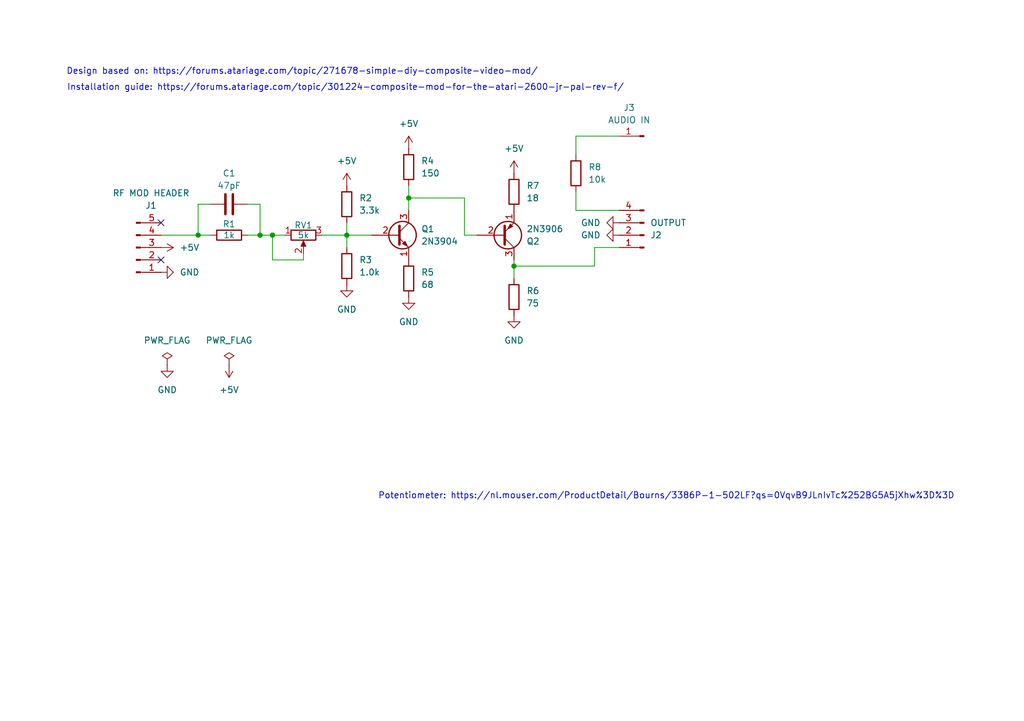
<source format=kicad_sch>
(kicad_sch
	(version 20231120)
	(generator "eeschema")
	(generator_version "8.0")
	(uuid "0ad1fa36-975e-4ea6-9849-0f660616d70a")
	(paper "A5")
	(title_block
		(title "Atari 2600 Composite Video Mod")
		(date "2025-02-06")
		(rev "0")
	)
	(lib_symbols
		(symbol "Connector:Conn_01x01_Pin"
			(pin_names
				(offset 1.016) hide)
			(exclude_from_sim no)
			(in_bom yes)
			(on_board yes)
			(property "Reference" "J"
				(at 0 2.54 0)
				(effects
					(font
						(size 1.27 1.27)
					)
				)
			)
			(property "Value" "Conn_01x01_Pin"
				(at 0 -2.54 0)
				(effects
					(font
						(size 1.27 1.27)
					)
				)
			)
			(property "Footprint" ""
				(at 0 0 0)
				(effects
					(font
						(size 1.27 1.27)
					)
					(hide yes)
				)
			)
			(property "Datasheet" "~"
				(at 0 0 0)
				(effects
					(font
						(size 1.27 1.27)
					)
					(hide yes)
				)
			)
			(property "Description" "Generic connector, single row, 01x01, script generated"
				(at 0 0 0)
				(effects
					(font
						(size 1.27 1.27)
					)
					(hide yes)
				)
			)
			(property "ki_locked" ""
				(at 0 0 0)
				(effects
					(font
						(size 1.27 1.27)
					)
				)
			)
			(property "ki_keywords" "connector"
				(at 0 0 0)
				(effects
					(font
						(size 1.27 1.27)
					)
					(hide yes)
				)
			)
			(property "ki_fp_filters" "Connector*:*_1x??_*"
				(at 0 0 0)
				(effects
					(font
						(size 1.27 1.27)
					)
					(hide yes)
				)
			)
			(symbol "Conn_01x01_Pin_1_1"
				(polyline
					(pts
						(xy 1.27 0) (xy 0.8636 0)
					)
					(stroke
						(width 0.1524)
						(type default)
					)
					(fill
						(type none)
					)
				)
				(rectangle
					(start 0.8636 0.127)
					(end 0 -0.127)
					(stroke
						(width 0.1524)
						(type default)
					)
					(fill
						(type outline)
					)
				)
				(pin passive line
					(at 5.08 0 180)
					(length 3.81)
					(name "Pin_1"
						(effects
							(font
								(size 1.27 1.27)
							)
						)
					)
					(number "1"
						(effects
							(font
								(size 1.27 1.27)
							)
						)
					)
				)
			)
		)
		(symbol "Connector:Conn_01x04_Pin"
			(pin_names
				(offset 1.016) hide)
			(exclude_from_sim no)
			(in_bom yes)
			(on_board yes)
			(property "Reference" "J"
				(at 0 5.08 0)
				(effects
					(font
						(size 1.27 1.27)
					)
				)
			)
			(property "Value" "Conn_01x04_Pin"
				(at 0 -7.62 0)
				(effects
					(font
						(size 1.27 1.27)
					)
				)
			)
			(property "Footprint" ""
				(at 0 0 0)
				(effects
					(font
						(size 1.27 1.27)
					)
					(hide yes)
				)
			)
			(property "Datasheet" "~"
				(at 0 0 0)
				(effects
					(font
						(size 1.27 1.27)
					)
					(hide yes)
				)
			)
			(property "Description" "Generic connector, single row, 01x04, script generated"
				(at 0 0 0)
				(effects
					(font
						(size 1.27 1.27)
					)
					(hide yes)
				)
			)
			(property "ki_locked" ""
				(at 0 0 0)
				(effects
					(font
						(size 1.27 1.27)
					)
				)
			)
			(property "ki_keywords" "connector"
				(at 0 0 0)
				(effects
					(font
						(size 1.27 1.27)
					)
					(hide yes)
				)
			)
			(property "ki_fp_filters" "Connector*:*_1x??_*"
				(at 0 0 0)
				(effects
					(font
						(size 1.27 1.27)
					)
					(hide yes)
				)
			)
			(symbol "Conn_01x04_Pin_1_1"
				(polyline
					(pts
						(xy 1.27 -5.08) (xy 0.8636 -5.08)
					)
					(stroke
						(width 0.1524)
						(type default)
					)
					(fill
						(type none)
					)
				)
				(polyline
					(pts
						(xy 1.27 -2.54) (xy 0.8636 -2.54)
					)
					(stroke
						(width 0.1524)
						(type default)
					)
					(fill
						(type none)
					)
				)
				(polyline
					(pts
						(xy 1.27 0) (xy 0.8636 0)
					)
					(stroke
						(width 0.1524)
						(type default)
					)
					(fill
						(type none)
					)
				)
				(polyline
					(pts
						(xy 1.27 2.54) (xy 0.8636 2.54)
					)
					(stroke
						(width 0.1524)
						(type default)
					)
					(fill
						(type none)
					)
				)
				(rectangle
					(start 0.8636 -4.953)
					(end 0 -5.207)
					(stroke
						(width 0.1524)
						(type default)
					)
					(fill
						(type outline)
					)
				)
				(rectangle
					(start 0.8636 -2.413)
					(end 0 -2.667)
					(stroke
						(width 0.1524)
						(type default)
					)
					(fill
						(type outline)
					)
				)
				(rectangle
					(start 0.8636 0.127)
					(end 0 -0.127)
					(stroke
						(width 0.1524)
						(type default)
					)
					(fill
						(type outline)
					)
				)
				(rectangle
					(start 0.8636 2.667)
					(end 0 2.413)
					(stroke
						(width 0.1524)
						(type default)
					)
					(fill
						(type outline)
					)
				)
				(pin passive line
					(at 5.08 2.54 180)
					(length 3.81)
					(name "Pin_1"
						(effects
							(font
								(size 1.27 1.27)
							)
						)
					)
					(number "1"
						(effects
							(font
								(size 1.27 1.27)
							)
						)
					)
				)
				(pin passive line
					(at 5.08 0 180)
					(length 3.81)
					(name "Pin_2"
						(effects
							(font
								(size 1.27 1.27)
							)
						)
					)
					(number "2"
						(effects
							(font
								(size 1.27 1.27)
							)
						)
					)
				)
				(pin passive line
					(at 5.08 -2.54 180)
					(length 3.81)
					(name "Pin_3"
						(effects
							(font
								(size 1.27 1.27)
							)
						)
					)
					(number "3"
						(effects
							(font
								(size 1.27 1.27)
							)
						)
					)
				)
				(pin passive line
					(at 5.08 -5.08 180)
					(length 3.81)
					(name "Pin_4"
						(effects
							(font
								(size 1.27 1.27)
							)
						)
					)
					(number "4"
						(effects
							(font
								(size 1.27 1.27)
							)
						)
					)
				)
			)
		)
		(symbol "Connector:Conn_01x05_Pin"
			(pin_names
				(offset 1.016) hide)
			(exclude_from_sim no)
			(in_bom yes)
			(on_board yes)
			(property "Reference" "J"
				(at 0 7.62 0)
				(effects
					(font
						(size 1.27 1.27)
					)
				)
			)
			(property "Value" "Conn_01x05_Pin"
				(at 0 -7.62 0)
				(effects
					(font
						(size 1.27 1.27)
					)
				)
			)
			(property "Footprint" ""
				(at 0 0 0)
				(effects
					(font
						(size 1.27 1.27)
					)
					(hide yes)
				)
			)
			(property "Datasheet" "~"
				(at 0 0 0)
				(effects
					(font
						(size 1.27 1.27)
					)
					(hide yes)
				)
			)
			(property "Description" "Generic connector, single row, 01x05, script generated"
				(at 0 0 0)
				(effects
					(font
						(size 1.27 1.27)
					)
					(hide yes)
				)
			)
			(property "ki_locked" ""
				(at 0 0 0)
				(effects
					(font
						(size 1.27 1.27)
					)
				)
			)
			(property "ki_keywords" "connector"
				(at 0 0 0)
				(effects
					(font
						(size 1.27 1.27)
					)
					(hide yes)
				)
			)
			(property "ki_fp_filters" "Connector*:*_1x??_*"
				(at 0 0 0)
				(effects
					(font
						(size 1.27 1.27)
					)
					(hide yes)
				)
			)
			(symbol "Conn_01x05_Pin_1_1"
				(polyline
					(pts
						(xy 1.27 -5.08) (xy 0.8636 -5.08)
					)
					(stroke
						(width 0.1524)
						(type default)
					)
					(fill
						(type none)
					)
				)
				(polyline
					(pts
						(xy 1.27 -2.54) (xy 0.8636 -2.54)
					)
					(stroke
						(width 0.1524)
						(type default)
					)
					(fill
						(type none)
					)
				)
				(polyline
					(pts
						(xy 1.27 0) (xy 0.8636 0)
					)
					(stroke
						(width 0.1524)
						(type default)
					)
					(fill
						(type none)
					)
				)
				(polyline
					(pts
						(xy 1.27 2.54) (xy 0.8636 2.54)
					)
					(stroke
						(width 0.1524)
						(type default)
					)
					(fill
						(type none)
					)
				)
				(polyline
					(pts
						(xy 1.27 5.08) (xy 0.8636 5.08)
					)
					(stroke
						(width 0.1524)
						(type default)
					)
					(fill
						(type none)
					)
				)
				(rectangle
					(start 0.8636 -4.953)
					(end 0 -5.207)
					(stroke
						(width 0.1524)
						(type default)
					)
					(fill
						(type outline)
					)
				)
				(rectangle
					(start 0.8636 -2.413)
					(end 0 -2.667)
					(stroke
						(width 0.1524)
						(type default)
					)
					(fill
						(type outline)
					)
				)
				(rectangle
					(start 0.8636 0.127)
					(end 0 -0.127)
					(stroke
						(width 0.1524)
						(type default)
					)
					(fill
						(type outline)
					)
				)
				(rectangle
					(start 0.8636 2.667)
					(end 0 2.413)
					(stroke
						(width 0.1524)
						(type default)
					)
					(fill
						(type outline)
					)
				)
				(rectangle
					(start 0.8636 5.207)
					(end 0 4.953)
					(stroke
						(width 0.1524)
						(type default)
					)
					(fill
						(type outline)
					)
				)
				(pin passive line
					(at 5.08 5.08 180)
					(length 3.81)
					(name "Pin_1"
						(effects
							(font
								(size 1.27 1.27)
							)
						)
					)
					(number "1"
						(effects
							(font
								(size 1.27 1.27)
							)
						)
					)
				)
				(pin passive line
					(at 5.08 2.54 180)
					(length 3.81)
					(name "Pin_2"
						(effects
							(font
								(size 1.27 1.27)
							)
						)
					)
					(number "2"
						(effects
							(font
								(size 1.27 1.27)
							)
						)
					)
				)
				(pin passive line
					(at 5.08 0 180)
					(length 3.81)
					(name "Pin_3"
						(effects
							(font
								(size 1.27 1.27)
							)
						)
					)
					(number "3"
						(effects
							(font
								(size 1.27 1.27)
							)
						)
					)
				)
				(pin passive line
					(at 5.08 -2.54 180)
					(length 3.81)
					(name "Pin_4"
						(effects
							(font
								(size 1.27 1.27)
							)
						)
					)
					(number "4"
						(effects
							(font
								(size 1.27 1.27)
							)
						)
					)
				)
				(pin passive line
					(at 5.08 -5.08 180)
					(length 3.81)
					(name "Pin_5"
						(effects
							(font
								(size 1.27 1.27)
							)
						)
					)
					(number "5"
						(effects
							(font
								(size 1.27 1.27)
							)
						)
					)
				)
			)
		)
		(symbol "Device:C"
			(pin_numbers hide)
			(pin_names
				(offset 0.254)
			)
			(exclude_from_sim no)
			(in_bom yes)
			(on_board yes)
			(property "Reference" "C"
				(at 0.635 2.54 0)
				(effects
					(font
						(size 1.27 1.27)
					)
					(justify left)
				)
			)
			(property "Value" "C"
				(at 0.635 -2.54 0)
				(effects
					(font
						(size 1.27 1.27)
					)
					(justify left)
				)
			)
			(property "Footprint" ""
				(at 0.9652 -3.81 0)
				(effects
					(font
						(size 1.27 1.27)
					)
					(hide yes)
				)
			)
			(property "Datasheet" "~"
				(at 0 0 0)
				(effects
					(font
						(size 1.27 1.27)
					)
					(hide yes)
				)
			)
			(property "Description" "Unpolarized capacitor"
				(at 0 0 0)
				(effects
					(font
						(size 1.27 1.27)
					)
					(hide yes)
				)
			)
			(property "ki_keywords" "cap capacitor"
				(at 0 0 0)
				(effects
					(font
						(size 1.27 1.27)
					)
					(hide yes)
				)
			)
			(property "ki_fp_filters" "C_*"
				(at 0 0 0)
				(effects
					(font
						(size 1.27 1.27)
					)
					(hide yes)
				)
			)
			(symbol "C_0_1"
				(polyline
					(pts
						(xy -2.032 -0.762) (xy 2.032 -0.762)
					)
					(stroke
						(width 0.508)
						(type default)
					)
					(fill
						(type none)
					)
				)
				(polyline
					(pts
						(xy -2.032 0.762) (xy 2.032 0.762)
					)
					(stroke
						(width 0.508)
						(type default)
					)
					(fill
						(type none)
					)
				)
			)
			(symbol "C_1_1"
				(pin passive line
					(at 0 3.81 270)
					(length 2.794)
					(name "~"
						(effects
							(font
								(size 1.27 1.27)
							)
						)
					)
					(number "1"
						(effects
							(font
								(size 1.27 1.27)
							)
						)
					)
				)
				(pin passive line
					(at 0 -3.81 90)
					(length 2.794)
					(name "~"
						(effects
							(font
								(size 1.27 1.27)
							)
						)
					)
					(number "2"
						(effects
							(font
								(size 1.27 1.27)
							)
						)
					)
				)
			)
		)
		(symbol "Device:R"
			(pin_numbers hide)
			(pin_names
				(offset 0)
			)
			(exclude_from_sim no)
			(in_bom yes)
			(on_board yes)
			(property "Reference" "R"
				(at 2.032 0 90)
				(effects
					(font
						(size 1.27 1.27)
					)
				)
			)
			(property "Value" "R"
				(at 0 0 90)
				(effects
					(font
						(size 1.27 1.27)
					)
				)
			)
			(property "Footprint" ""
				(at -1.778 0 90)
				(effects
					(font
						(size 1.27 1.27)
					)
					(hide yes)
				)
			)
			(property "Datasheet" "~"
				(at 0 0 0)
				(effects
					(font
						(size 1.27 1.27)
					)
					(hide yes)
				)
			)
			(property "Description" "Resistor"
				(at 0 0 0)
				(effects
					(font
						(size 1.27 1.27)
					)
					(hide yes)
				)
			)
			(property "ki_keywords" "R res resistor"
				(at 0 0 0)
				(effects
					(font
						(size 1.27 1.27)
					)
					(hide yes)
				)
			)
			(property "ki_fp_filters" "R_*"
				(at 0 0 0)
				(effects
					(font
						(size 1.27 1.27)
					)
					(hide yes)
				)
			)
			(symbol "R_0_1"
				(rectangle
					(start -1.016 -2.54)
					(end 1.016 2.54)
					(stroke
						(width 0.254)
						(type default)
					)
					(fill
						(type none)
					)
				)
			)
			(symbol "R_1_1"
				(pin passive line
					(at 0 3.81 270)
					(length 1.27)
					(name "~"
						(effects
							(font
								(size 1.27 1.27)
							)
						)
					)
					(number "1"
						(effects
							(font
								(size 1.27 1.27)
							)
						)
					)
				)
				(pin passive line
					(at 0 -3.81 90)
					(length 1.27)
					(name "~"
						(effects
							(font
								(size 1.27 1.27)
							)
						)
					)
					(number "2"
						(effects
							(font
								(size 1.27 1.27)
							)
						)
					)
				)
			)
		)
		(symbol "Device:R_Potentiometer"
			(pin_names
				(offset 1.016) hide)
			(exclude_from_sim no)
			(in_bom yes)
			(on_board yes)
			(property "Reference" "RV"
				(at -4.445 0 90)
				(effects
					(font
						(size 1.27 1.27)
					)
				)
			)
			(property "Value" "R_Potentiometer"
				(at -2.54 0 90)
				(effects
					(font
						(size 1.27 1.27)
					)
				)
			)
			(property "Footprint" ""
				(at 0 0 0)
				(effects
					(font
						(size 1.27 1.27)
					)
					(hide yes)
				)
			)
			(property "Datasheet" "~"
				(at 0 0 0)
				(effects
					(font
						(size 1.27 1.27)
					)
					(hide yes)
				)
			)
			(property "Description" "Potentiometer"
				(at 0 0 0)
				(effects
					(font
						(size 1.27 1.27)
					)
					(hide yes)
				)
			)
			(property "ki_keywords" "resistor variable"
				(at 0 0 0)
				(effects
					(font
						(size 1.27 1.27)
					)
					(hide yes)
				)
			)
			(property "ki_fp_filters" "Potentiometer*"
				(at 0 0 0)
				(effects
					(font
						(size 1.27 1.27)
					)
					(hide yes)
				)
			)
			(symbol "R_Potentiometer_0_1"
				(polyline
					(pts
						(xy 2.54 0) (xy 1.524 0)
					)
					(stroke
						(width 0)
						(type default)
					)
					(fill
						(type none)
					)
				)
				(polyline
					(pts
						(xy 1.143 0) (xy 2.286 0.508) (xy 2.286 -0.508) (xy 1.143 0)
					)
					(stroke
						(width 0)
						(type default)
					)
					(fill
						(type outline)
					)
				)
				(rectangle
					(start 1.016 2.54)
					(end -1.016 -2.54)
					(stroke
						(width 0.254)
						(type default)
					)
					(fill
						(type none)
					)
				)
			)
			(symbol "R_Potentiometer_1_1"
				(pin passive line
					(at 0 3.81 270)
					(length 1.27)
					(name "1"
						(effects
							(font
								(size 1.27 1.27)
							)
						)
					)
					(number "1"
						(effects
							(font
								(size 1.27 1.27)
							)
						)
					)
				)
				(pin passive line
					(at 3.81 0 180)
					(length 1.27)
					(name "2"
						(effects
							(font
								(size 1.27 1.27)
							)
						)
					)
					(number "2"
						(effects
							(font
								(size 1.27 1.27)
							)
						)
					)
				)
				(pin passive line
					(at 0 -3.81 90)
					(length 1.27)
					(name "3"
						(effects
							(font
								(size 1.27 1.27)
							)
						)
					)
					(number "3"
						(effects
							(font
								(size 1.27 1.27)
							)
						)
					)
				)
			)
		)
		(symbol "Transistor_BJT:2N3904"
			(pin_names
				(offset 0) hide)
			(exclude_from_sim no)
			(in_bom yes)
			(on_board yes)
			(property "Reference" "Q"
				(at 5.08 1.905 0)
				(effects
					(font
						(size 1.27 1.27)
					)
					(justify left)
				)
			)
			(property "Value" "2N3904"
				(at 5.08 0 0)
				(effects
					(font
						(size 1.27 1.27)
					)
					(justify left)
				)
			)
			(property "Footprint" "Package_TO_SOT_THT:TO-92_Inline"
				(at 5.08 -1.905 0)
				(effects
					(font
						(size 1.27 1.27)
						(italic yes)
					)
					(justify left)
					(hide yes)
				)
			)
			(property "Datasheet" "https://www.onsemi.com/pub/Collateral/2N3903-D.PDF"
				(at 0 0 0)
				(effects
					(font
						(size 1.27 1.27)
					)
					(justify left)
					(hide yes)
				)
			)
			(property "Description" "0.2A Ic, 40V Vce, Small Signal NPN Transistor, TO-92"
				(at 0 0 0)
				(effects
					(font
						(size 1.27 1.27)
					)
					(hide yes)
				)
			)
			(property "ki_keywords" "NPN Transistor"
				(at 0 0 0)
				(effects
					(font
						(size 1.27 1.27)
					)
					(hide yes)
				)
			)
			(property "ki_fp_filters" "TO?92*"
				(at 0 0 0)
				(effects
					(font
						(size 1.27 1.27)
					)
					(hide yes)
				)
			)
			(symbol "2N3904_0_1"
				(polyline
					(pts
						(xy 0.635 0.635) (xy 2.54 2.54)
					)
					(stroke
						(width 0)
						(type default)
					)
					(fill
						(type none)
					)
				)
				(polyline
					(pts
						(xy 0.635 -0.635) (xy 2.54 -2.54) (xy 2.54 -2.54)
					)
					(stroke
						(width 0)
						(type default)
					)
					(fill
						(type none)
					)
				)
				(polyline
					(pts
						(xy 0.635 1.905) (xy 0.635 -1.905) (xy 0.635 -1.905)
					)
					(stroke
						(width 0.508)
						(type default)
					)
					(fill
						(type none)
					)
				)
				(polyline
					(pts
						(xy 1.27 -1.778) (xy 1.778 -1.27) (xy 2.286 -2.286) (xy 1.27 -1.778) (xy 1.27 -1.778)
					)
					(stroke
						(width 0)
						(type default)
					)
					(fill
						(type outline)
					)
				)
				(circle
					(center 1.27 0)
					(radius 2.8194)
					(stroke
						(width 0.254)
						(type default)
					)
					(fill
						(type none)
					)
				)
			)
			(symbol "2N3904_1_1"
				(pin passive line
					(at 2.54 -5.08 90)
					(length 2.54)
					(name "E"
						(effects
							(font
								(size 1.27 1.27)
							)
						)
					)
					(number "1"
						(effects
							(font
								(size 1.27 1.27)
							)
						)
					)
				)
				(pin passive line
					(at -5.08 0 0)
					(length 5.715)
					(name "B"
						(effects
							(font
								(size 1.27 1.27)
							)
						)
					)
					(number "2"
						(effects
							(font
								(size 1.27 1.27)
							)
						)
					)
				)
				(pin passive line
					(at 2.54 5.08 270)
					(length 2.54)
					(name "C"
						(effects
							(font
								(size 1.27 1.27)
							)
						)
					)
					(number "3"
						(effects
							(font
								(size 1.27 1.27)
							)
						)
					)
				)
			)
		)
		(symbol "Transistor_BJT:2N3906"
			(pin_names
				(offset 0) hide)
			(exclude_from_sim no)
			(in_bom yes)
			(on_board yes)
			(property "Reference" "Q"
				(at 5.08 1.905 0)
				(effects
					(font
						(size 1.27 1.27)
					)
					(justify left)
				)
			)
			(property "Value" "2N3906"
				(at 5.08 0 0)
				(effects
					(font
						(size 1.27 1.27)
					)
					(justify left)
				)
			)
			(property "Footprint" "Package_TO_SOT_THT:TO-92_Inline"
				(at 5.08 -1.905 0)
				(effects
					(font
						(size 1.27 1.27)
						(italic yes)
					)
					(justify left)
					(hide yes)
				)
			)
			(property "Datasheet" "https://www.onsemi.com/pub/Collateral/2N3906-D.PDF"
				(at 0 0 0)
				(effects
					(font
						(size 1.27 1.27)
					)
					(justify left)
					(hide yes)
				)
			)
			(property "Description" "-0.2A Ic, -40V Vce, Small Signal PNP Transistor, TO-92"
				(at 0 0 0)
				(effects
					(font
						(size 1.27 1.27)
					)
					(hide yes)
				)
			)
			(property "ki_keywords" "PNP Transistor"
				(at 0 0 0)
				(effects
					(font
						(size 1.27 1.27)
					)
					(hide yes)
				)
			)
			(property "ki_fp_filters" "TO?92*"
				(at 0 0 0)
				(effects
					(font
						(size 1.27 1.27)
					)
					(hide yes)
				)
			)
			(symbol "2N3906_0_1"
				(polyline
					(pts
						(xy 0.635 0.635) (xy 2.54 2.54)
					)
					(stroke
						(width 0)
						(type default)
					)
					(fill
						(type none)
					)
				)
				(polyline
					(pts
						(xy 0.635 -0.635) (xy 2.54 -2.54) (xy 2.54 -2.54)
					)
					(stroke
						(width 0)
						(type default)
					)
					(fill
						(type none)
					)
				)
				(polyline
					(pts
						(xy 0.635 1.905) (xy 0.635 -1.905) (xy 0.635 -1.905)
					)
					(stroke
						(width 0.508)
						(type default)
					)
					(fill
						(type none)
					)
				)
				(polyline
					(pts
						(xy 2.286 -1.778) (xy 1.778 -2.286) (xy 1.27 -1.27) (xy 2.286 -1.778) (xy 2.286 -1.778)
					)
					(stroke
						(width 0)
						(type default)
					)
					(fill
						(type outline)
					)
				)
				(circle
					(center 1.27 0)
					(radius 2.8194)
					(stroke
						(width 0.254)
						(type default)
					)
					(fill
						(type none)
					)
				)
			)
			(symbol "2N3906_1_1"
				(pin passive line
					(at 2.54 -5.08 90)
					(length 2.54)
					(name "E"
						(effects
							(font
								(size 1.27 1.27)
							)
						)
					)
					(number "1"
						(effects
							(font
								(size 1.27 1.27)
							)
						)
					)
				)
				(pin input line
					(at -5.08 0 0)
					(length 5.715)
					(name "B"
						(effects
							(font
								(size 1.27 1.27)
							)
						)
					)
					(number "2"
						(effects
							(font
								(size 1.27 1.27)
							)
						)
					)
				)
				(pin passive line
					(at 2.54 5.08 270)
					(length 2.54)
					(name "C"
						(effects
							(font
								(size 1.27 1.27)
							)
						)
					)
					(number "3"
						(effects
							(font
								(size 1.27 1.27)
							)
						)
					)
				)
			)
		)
		(symbol "power:+5V"
			(power)
			(pin_numbers hide)
			(pin_names
				(offset 0) hide)
			(exclude_from_sim no)
			(in_bom yes)
			(on_board yes)
			(property "Reference" "#PWR"
				(at 0 -3.81 0)
				(effects
					(font
						(size 1.27 1.27)
					)
					(hide yes)
				)
			)
			(property "Value" "+5V"
				(at 0 3.556 0)
				(effects
					(font
						(size 1.27 1.27)
					)
				)
			)
			(property "Footprint" ""
				(at 0 0 0)
				(effects
					(font
						(size 1.27 1.27)
					)
					(hide yes)
				)
			)
			(property "Datasheet" ""
				(at 0 0 0)
				(effects
					(font
						(size 1.27 1.27)
					)
					(hide yes)
				)
			)
			(property "Description" "Power symbol creates a global label with name \"+5V\""
				(at 0 0 0)
				(effects
					(font
						(size 1.27 1.27)
					)
					(hide yes)
				)
			)
			(property "ki_keywords" "global power"
				(at 0 0 0)
				(effects
					(font
						(size 1.27 1.27)
					)
					(hide yes)
				)
			)
			(symbol "+5V_0_1"
				(polyline
					(pts
						(xy -0.762 1.27) (xy 0 2.54)
					)
					(stroke
						(width 0)
						(type default)
					)
					(fill
						(type none)
					)
				)
				(polyline
					(pts
						(xy 0 0) (xy 0 2.54)
					)
					(stroke
						(width 0)
						(type default)
					)
					(fill
						(type none)
					)
				)
				(polyline
					(pts
						(xy 0 2.54) (xy 0.762 1.27)
					)
					(stroke
						(width 0)
						(type default)
					)
					(fill
						(type none)
					)
				)
			)
			(symbol "+5V_1_1"
				(pin power_in line
					(at 0 0 90)
					(length 0)
					(name "~"
						(effects
							(font
								(size 1.27 1.27)
							)
						)
					)
					(number "1"
						(effects
							(font
								(size 1.27 1.27)
							)
						)
					)
				)
			)
		)
		(symbol "power:GND"
			(power)
			(pin_numbers hide)
			(pin_names
				(offset 0) hide)
			(exclude_from_sim no)
			(in_bom yes)
			(on_board yes)
			(property "Reference" "#PWR"
				(at 0 -6.35 0)
				(effects
					(font
						(size 1.27 1.27)
					)
					(hide yes)
				)
			)
			(property "Value" "GND"
				(at 0 -3.81 0)
				(effects
					(font
						(size 1.27 1.27)
					)
				)
			)
			(property "Footprint" ""
				(at 0 0 0)
				(effects
					(font
						(size 1.27 1.27)
					)
					(hide yes)
				)
			)
			(property "Datasheet" ""
				(at 0 0 0)
				(effects
					(font
						(size 1.27 1.27)
					)
					(hide yes)
				)
			)
			(property "Description" "Power symbol creates a global label with name \"GND\" , ground"
				(at 0 0 0)
				(effects
					(font
						(size 1.27 1.27)
					)
					(hide yes)
				)
			)
			(property "ki_keywords" "global power"
				(at 0 0 0)
				(effects
					(font
						(size 1.27 1.27)
					)
					(hide yes)
				)
			)
			(symbol "GND_0_1"
				(polyline
					(pts
						(xy 0 0) (xy 0 -1.27) (xy 1.27 -1.27) (xy 0 -2.54) (xy -1.27 -1.27) (xy 0 -1.27)
					)
					(stroke
						(width 0)
						(type default)
					)
					(fill
						(type none)
					)
				)
			)
			(symbol "GND_1_1"
				(pin power_in line
					(at 0 0 270)
					(length 0)
					(name "~"
						(effects
							(font
								(size 1.27 1.27)
							)
						)
					)
					(number "1"
						(effects
							(font
								(size 1.27 1.27)
							)
						)
					)
				)
			)
		)
		(symbol "power:PWR_FLAG"
			(power)
			(pin_numbers hide)
			(pin_names
				(offset 0) hide)
			(exclude_from_sim no)
			(in_bom yes)
			(on_board yes)
			(property "Reference" "#FLG"
				(at 0 1.905 0)
				(effects
					(font
						(size 1.27 1.27)
					)
					(hide yes)
				)
			)
			(property "Value" "PWR_FLAG"
				(at 0 3.81 0)
				(effects
					(font
						(size 1.27 1.27)
					)
				)
			)
			(property "Footprint" ""
				(at 0 0 0)
				(effects
					(font
						(size 1.27 1.27)
					)
					(hide yes)
				)
			)
			(property "Datasheet" "~"
				(at 0 0 0)
				(effects
					(font
						(size 1.27 1.27)
					)
					(hide yes)
				)
			)
			(property "Description" "Special symbol for telling ERC where power comes from"
				(at 0 0 0)
				(effects
					(font
						(size 1.27 1.27)
					)
					(hide yes)
				)
			)
			(property "ki_keywords" "flag power"
				(at 0 0 0)
				(effects
					(font
						(size 1.27 1.27)
					)
					(hide yes)
				)
			)
			(symbol "PWR_FLAG_0_0"
				(pin power_out line
					(at 0 0 90)
					(length 0)
					(name "~"
						(effects
							(font
								(size 1.27 1.27)
							)
						)
					)
					(number "1"
						(effects
							(font
								(size 1.27 1.27)
							)
						)
					)
				)
			)
			(symbol "PWR_FLAG_0_1"
				(polyline
					(pts
						(xy 0 0) (xy 0 1.27) (xy -1.016 1.905) (xy 0 2.54) (xy 1.016 1.905) (xy 0 1.27)
					)
					(stroke
						(width 0)
						(type default)
					)
					(fill
						(type none)
					)
				)
			)
		)
	)
	(junction
		(at 53.34 48.26)
		(diameter 0)
		(color 0 0 0 0)
		(uuid "060a3a39-1894-4d8b-89d8-2bd2851069f9")
	)
	(junction
		(at 83.82 40.64)
		(diameter 0)
		(color 0 0 0 0)
		(uuid "1c193106-04cc-44d4-8aff-d7a3c22a4bcd")
	)
	(junction
		(at 55.88 48.26)
		(diameter 0)
		(color 0 0 0 0)
		(uuid "5f004174-3026-4ee5-a755-51d828c0ab94")
	)
	(junction
		(at 105.41 54.61)
		(diameter 0)
		(color 0 0 0 0)
		(uuid "62d88820-a098-467d-a567-f0f0ab5f9372")
	)
	(junction
		(at 71.12 48.26)
		(diameter 0)
		(color 0 0 0 0)
		(uuid "983ed0e6-e1d4-4960-ab31-8860a356337b")
	)
	(junction
		(at 40.64 48.26)
		(diameter 0)
		(color 0 0 0 0)
		(uuid "b51c685c-6fea-4382-a4ca-ee38866d9695")
	)
	(no_connect
		(at 33.02 53.34)
		(uuid "1854a732-4f6b-474b-900a-bc1a01ed7e29")
	)
	(no_connect
		(at 33.02 45.72)
		(uuid "1c9f6b51-5d68-4f2e-9ca5-04f7563e124c")
	)
	(wire
		(pts
			(xy 121.92 50.8) (xy 127 50.8)
		)
		(stroke
			(width 0)
			(type default)
		)
		(uuid "0324435d-c747-45af-824b-2b17a778cd35")
	)
	(wire
		(pts
			(xy 118.11 39.37) (xy 118.11 43.18)
		)
		(stroke
			(width 0)
			(type default)
		)
		(uuid "0b23edc1-9394-4856-9fd4-1a5d9469d393")
	)
	(wire
		(pts
			(xy 53.34 41.91) (xy 53.34 48.26)
		)
		(stroke
			(width 0)
			(type default)
		)
		(uuid "2b73c6bc-88e0-4f91-9d24-cd6b82b3a27e")
	)
	(wire
		(pts
			(xy 55.88 53.34) (xy 55.88 48.26)
		)
		(stroke
			(width 0)
			(type default)
		)
		(uuid "38e5287d-1e3f-491c-ace4-b72af0ebb8ba")
	)
	(wire
		(pts
			(xy 71.12 48.26) (xy 71.12 50.8)
		)
		(stroke
			(width 0)
			(type default)
		)
		(uuid "3f20cc4e-e625-491b-a2ee-9bb612f3acf8")
	)
	(wire
		(pts
			(xy 62.23 52.07) (xy 62.23 53.34)
		)
		(stroke
			(width 0)
			(type default)
		)
		(uuid "44edb347-2462-4a07-9295-ac30408b24b0")
	)
	(wire
		(pts
			(xy 121.92 54.61) (xy 121.92 50.8)
		)
		(stroke
			(width 0)
			(type default)
		)
		(uuid "49911a6e-020c-47b0-bb8d-82b9470506b7")
	)
	(wire
		(pts
			(xy 83.82 38.1) (xy 83.82 40.64)
		)
		(stroke
			(width 0)
			(type default)
		)
		(uuid "5e789cec-27ae-4dad-9a00-9f3ff456d871")
	)
	(wire
		(pts
			(xy 40.64 48.26) (xy 40.64 41.91)
		)
		(stroke
			(width 0)
			(type default)
		)
		(uuid "5f076cbc-c747-4ed8-b385-469b5dba08f0")
	)
	(wire
		(pts
			(xy 66.04 48.26) (xy 71.12 48.26)
		)
		(stroke
			(width 0)
			(type default)
		)
		(uuid "7ea74f03-9003-4723-ace6-23463a9ff813")
	)
	(wire
		(pts
			(xy 50.8 41.91) (xy 53.34 41.91)
		)
		(stroke
			(width 0)
			(type default)
		)
		(uuid "847be9a3-6f14-4475-9e39-26df1e6dcfaa")
	)
	(wire
		(pts
			(xy 40.64 41.91) (xy 43.18 41.91)
		)
		(stroke
			(width 0)
			(type default)
		)
		(uuid "8b31c5bf-04ce-48f8-8fef-bf06365a3471")
	)
	(wire
		(pts
			(xy 33.02 48.26) (xy 40.64 48.26)
		)
		(stroke
			(width 0)
			(type default)
		)
		(uuid "967659ec-37c5-4da6-8eed-5df3414bef8b")
	)
	(wire
		(pts
			(xy 105.41 54.61) (xy 121.92 54.61)
		)
		(stroke
			(width 0)
			(type default)
		)
		(uuid "9e879380-5fd9-492e-91a3-cb98708f0572")
	)
	(wire
		(pts
			(xy 118.11 27.94) (xy 118.11 31.75)
		)
		(stroke
			(width 0)
			(type default)
		)
		(uuid "a16d25b6-e1ec-4e7e-b2f9-d5e30fc93f9f")
	)
	(wire
		(pts
			(xy 105.41 54.61) (xy 105.41 57.15)
		)
		(stroke
			(width 0)
			(type default)
		)
		(uuid "a959d5fd-191d-4798-a600-4c038e8de5f5")
	)
	(wire
		(pts
			(xy 83.82 40.64) (xy 95.25 40.64)
		)
		(stroke
			(width 0)
			(type default)
		)
		(uuid "aedee9a3-4166-4ddc-839e-35247c69536c")
	)
	(wire
		(pts
			(xy 71.12 48.26) (xy 76.2 48.26)
		)
		(stroke
			(width 0)
			(type default)
		)
		(uuid "b2d9bf8a-1e4d-42b1-bff3-fed3c14eb54a")
	)
	(wire
		(pts
			(xy 95.25 40.64) (xy 95.25 48.26)
		)
		(stroke
			(width 0)
			(type default)
		)
		(uuid "b2ddcd5c-95f9-4162-a2a7-c4273582c208")
	)
	(wire
		(pts
			(xy 95.25 48.26) (xy 97.79 48.26)
		)
		(stroke
			(width 0)
			(type default)
		)
		(uuid "bd46e7ff-2b2f-4495-832f-185e4f43179c")
	)
	(wire
		(pts
			(xy 40.64 48.26) (xy 43.18 48.26)
		)
		(stroke
			(width 0)
			(type default)
		)
		(uuid "c65fd2fa-ae28-4d19-bffb-bc0ce0f93ea8")
	)
	(wire
		(pts
			(xy 118.11 43.18) (xy 127 43.18)
		)
		(stroke
			(width 0)
			(type default)
		)
		(uuid "c8b4d230-3a5a-4860-890b-afee2aa60977")
	)
	(wire
		(pts
			(xy 71.12 48.26) (xy 71.12 45.72)
		)
		(stroke
			(width 0)
			(type default)
		)
		(uuid "ccd9df5f-9225-4902-a900-d4d4bd4fb4c9")
	)
	(wire
		(pts
			(xy 127 27.94) (xy 118.11 27.94)
		)
		(stroke
			(width 0)
			(type default)
		)
		(uuid "d31f393c-8800-4448-adbb-10c0ea4fae24")
	)
	(wire
		(pts
			(xy 53.34 48.26) (xy 55.88 48.26)
		)
		(stroke
			(width 0)
			(type default)
		)
		(uuid "d72790a9-1860-4790-a0cc-8882512b3949")
	)
	(wire
		(pts
			(xy 50.8 48.26) (xy 53.34 48.26)
		)
		(stroke
			(width 0)
			(type default)
		)
		(uuid "dbb0496f-207e-4aa4-863c-c8f72f505d48")
	)
	(wire
		(pts
			(xy 62.23 53.34) (xy 55.88 53.34)
		)
		(stroke
			(width 0)
			(type default)
		)
		(uuid "e7c27360-18a9-4cab-97b4-28ae8642b99b")
	)
	(wire
		(pts
			(xy 83.82 40.64) (xy 83.82 43.18)
		)
		(stroke
			(width 0)
			(type default)
		)
		(uuid "f21f3200-f035-4237-b7d4-d4ee6587d070")
	)
	(wire
		(pts
			(xy 55.88 48.26) (xy 58.42 48.26)
		)
		(stroke
			(width 0)
			(type default)
		)
		(uuid "f78aeff3-94c1-4954-b651-5d2ad7afcfe5")
	)
	(wire
		(pts
			(xy 105.41 53.34) (xy 105.41 54.61)
		)
		(stroke
			(width 0)
			(type default)
		)
		(uuid "ff743545-469f-4caf-88f9-3e62756c5dfe")
	)
	(text "Design based on: https://forums.atariage.com/topic/271678-simple-diy-composite-video-mod/"
		(exclude_from_sim no)
		(at 61.976 14.732 0)
		(effects
			(font
				(size 1.27 1.27)
			)
		)
		(uuid "2906391d-cc0c-4cee-8051-41072c5a1bb8")
	)
	(text "Potentiometer: https://nl.mouser.com/ProductDetail/Bourns/3386P-1-502LF?qs=0VqvB9JLnIvTc%252BG5A5jXhw%3D%3D"
		(exclude_from_sim no)
		(at 136.652 101.854 0)
		(effects
			(font
				(size 1.27 1.27)
			)
		)
		(uuid "81b5d793-ff2d-4c4c-b547-97eba55160ca")
	)
	(text "Installation guide: https://forums.atariage.com/topic/301224-composite-mod-for-the-atari-2600-jr-pal-rev-f/"
		(exclude_from_sim no)
		(at 70.866 18.034 0)
		(effects
			(font
				(size 1.27 1.27)
			)
		)
		(uuid "c6fb0479-4f27-41dd-b255-7511e5ca2819")
	)
	(symbol
		(lib_id "power:+5V")
		(at 71.12 38.1 0)
		(unit 1)
		(exclude_from_sim no)
		(in_bom yes)
		(on_board yes)
		(dnp no)
		(fields_autoplaced yes)
		(uuid "074b936d-d8dc-4995-b8d2-db5e2493e616")
		(property "Reference" "#PWR03"
			(at 71.12 41.91 0)
			(effects
				(font
					(size 1.27 1.27)
				)
				(hide yes)
			)
		)
		(property "Value" "+5V"
			(at 71.12 33.02 0)
			(effects
				(font
					(size 1.27 1.27)
				)
			)
		)
		(property "Footprint" ""
			(at 71.12 38.1 0)
			(effects
				(font
					(size 1.27 1.27)
				)
				(hide yes)
			)
		)
		(property "Datasheet" ""
			(at 71.12 38.1 0)
			(effects
				(font
					(size 1.27 1.27)
				)
				(hide yes)
			)
		)
		(property "Description" "Power symbol creates a global label with name \"+5V\""
			(at 71.12 38.1 0)
			(effects
				(font
					(size 1.27 1.27)
				)
				(hide yes)
			)
		)
		(pin "1"
			(uuid "6286fb43-1714-4713-b0ac-baca0b7ea061")
		)
		(instances
			(project "atari-2600-composite-video-mod"
				(path "/0ad1fa36-975e-4ea6-9849-0f660616d70a"
					(reference "#PWR03")
					(unit 1)
				)
			)
		)
	)
	(symbol
		(lib_id "power:PWR_FLAG")
		(at 34.29 74.93 0)
		(unit 1)
		(exclude_from_sim no)
		(in_bom yes)
		(on_board yes)
		(dnp no)
		(fields_autoplaced yes)
		(uuid "1c199727-deb6-47c6-87eb-44771fc43867")
		(property "Reference" "#FLG01"
			(at 34.29 73.025 0)
			(effects
				(font
					(size 1.27 1.27)
				)
				(hide yes)
			)
		)
		(property "Value" "PWR_FLAG"
			(at 34.29 69.85 0)
			(effects
				(font
					(size 1.27 1.27)
				)
			)
		)
		(property "Footprint" ""
			(at 34.29 74.93 0)
			(effects
				(font
					(size 1.27 1.27)
				)
				(hide yes)
			)
		)
		(property "Datasheet" "~"
			(at 34.29 74.93 0)
			(effects
				(font
					(size 1.27 1.27)
				)
				(hide yes)
			)
		)
		(property "Description" "Special symbol for telling ERC where power comes from"
			(at 34.29 74.93 0)
			(effects
				(font
					(size 1.27 1.27)
				)
				(hide yes)
			)
		)
		(pin "1"
			(uuid "084138a5-2666-49ed-9951-c2245812c666")
		)
		(instances
			(project "atari-2600-composite-video-mod"
				(path "/0ad1fa36-975e-4ea6-9849-0f660616d70a"
					(reference "#FLG01")
					(unit 1)
				)
			)
		)
	)
	(symbol
		(lib_id "Transistor_BJT:2N3906")
		(at 102.87 48.26 0)
		(mirror x)
		(unit 1)
		(exclude_from_sim no)
		(in_bom yes)
		(on_board yes)
		(dnp no)
		(uuid "1c7ae613-c837-4b1d-b164-a0a545201b64")
		(property "Reference" "Q2"
			(at 107.95 49.5301 0)
			(effects
				(font
					(size 1.27 1.27)
				)
				(justify left)
			)
		)
		(property "Value" "2N3906"
			(at 107.95 46.9901 0)
			(effects
				(font
					(size 1.27 1.27)
				)
				(justify left)
			)
		)
		(property "Footprint" "Package_TO_SOT_THT:TO-92_Inline"
			(at 107.95 46.355 0)
			(effects
				(font
					(size 1.27 1.27)
					(italic yes)
				)
				(justify left)
				(hide yes)
			)
		)
		(property "Datasheet" "https://www.onsemi.com/pub/Collateral/2N3906-D.PDF"
			(at 102.87 48.26 0)
			(effects
				(font
					(size 1.27 1.27)
				)
				(justify left)
				(hide yes)
			)
		)
		(property "Description" "-0.2A Ic, -40V Vce, Small Signal PNP Transistor, TO-92"
			(at 102.87 48.26 0)
			(effects
				(font
					(size 1.27 1.27)
				)
				(hide yes)
			)
		)
		(pin "3"
			(uuid "6b4486dd-855d-470a-9833-ff9f770de3ee")
		)
		(pin "1"
			(uuid "96a2ea64-60b3-4ea0-b712-8a26d371e381")
		)
		(pin "2"
			(uuid "29cdedd5-dd87-44b0-972b-5072323451f0")
		)
		(instances
			(project "atari-2600-composite-video-mod"
				(path "/0ad1fa36-975e-4ea6-9849-0f660616d70a"
					(reference "Q2")
					(unit 1)
				)
			)
		)
	)
	(symbol
		(lib_id "Connector:Conn_01x01_Pin")
		(at 132.08 27.94 180)
		(unit 1)
		(exclude_from_sim no)
		(in_bom yes)
		(on_board yes)
		(dnp no)
		(uuid "1f2ed6e6-9c67-412f-82c9-d81603a88d42")
		(property "Reference" "J3"
			(at 129.032 22.098 0)
			(effects
				(font
					(size 1.27 1.27)
				)
			)
		)
		(property "Value" "AUDIO IN"
			(at 129.032 24.638 0)
			(effects
				(font
					(size 1.27 1.27)
				)
			)
		)
		(property "Footprint" "Connector_PinHeader_2.54mm:PinHeader_1x01_P2.54mm_Vertical"
			(at 132.08 27.94 0)
			(effects
				(font
					(size 1.27 1.27)
				)
				(hide yes)
			)
		)
		(property "Datasheet" "~"
			(at 132.08 27.94 0)
			(effects
				(font
					(size 1.27 1.27)
				)
				(hide yes)
			)
		)
		(property "Description" "Generic connector, single row, 01x01, script generated"
			(at 132.08 27.94 0)
			(effects
				(font
					(size 1.27 1.27)
				)
				(hide yes)
			)
		)
		(pin "1"
			(uuid "63e8c40c-3140-4dae-a24d-78a65fb5eae9")
		)
		(instances
			(project "atari-2600-composite-video-mod"
				(path "/0ad1fa36-975e-4ea6-9849-0f660616d70a"
					(reference "J3")
					(unit 1)
				)
			)
		)
	)
	(symbol
		(lib_id "power:+5V")
		(at 83.82 30.48 0)
		(unit 1)
		(exclude_from_sim no)
		(in_bom yes)
		(on_board yes)
		(dnp no)
		(fields_autoplaced yes)
		(uuid "276dec23-6977-4047-8702-594b98e6d8f7")
		(property "Reference" "#PWR06"
			(at 83.82 34.29 0)
			(effects
				(font
					(size 1.27 1.27)
				)
				(hide yes)
			)
		)
		(property "Value" "+5V"
			(at 83.82 25.4 0)
			(effects
				(font
					(size 1.27 1.27)
				)
			)
		)
		(property "Footprint" ""
			(at 83.82 30.48 0)
			(effects
				(font
					(size 1.27 1.27)
				)
				(hide yes)
			)
		)
		(property "Datasheet" ""
			(at 83.82 30.48 0)
			(effects
				(font
					(size 1.27 1.27)
				)
				(hide yes)
			)
		)
		(property "Description" "Power symbol creates a global label with name \"+5V\""
			(at 83.82 30.48 0)
			(effects
				(font
					(size 1.27 1.27)
				)
				(hide yes)
			)
		)
		(pin "1"
			(uuid "995645b3-ae07-4dff-b0b8-eae6e44846b1")
		)
		(instances
			(project "atari-2600-composite-video-mod"
				(path "/0ad1fa36-975e-4ea6-9849-0f660616d70a"
					(reference "#PWR06")
					(unit 1)
				)
			)
		)
	)
	(symbol
		(lib_id "power:GND")
		(at 33.02 55.88 90)
		(unit 1)
		(exclude_from_sim no)
		(in_bom yes)
		(on_board yes)
		(dnp no)
		(fields_autoplaced yes)
		(uuid "3d27d40f-cf4c-4bf5-84f6-ca00c436096d")
		(property "Reference" "#PWR02"
			(at 39.37 55.88 0)
			(effects
				(font
					(size 1.27 1.27)
				)
				(hide yes)
			)
		)
		(property "Value" "GND"
			(at 36.83 55.8799 90)
			(effects
				(font
					(size 1.27 1.27)
				)
				(justify right)
			)
		)
		(property "Footprint" ""
			(at 33.02 55.88 0)
			(effects
				(font
					(size 1.27 1.27)
				)
				(hide yes)
			)
		)
		(property "Datasheet" ""
			(at 33.02 55.88 0)
			(effects
				(font
					(size 1.27 1.27)
				)
				(hide yes)
			)
		)
		(property "Description" "Power symbol creates a global label with name \"GND\" , ground"
			(at 33.02 55.88 0)
			(effects
				(font
					(size 1.27 1.27)
				)
				(hide yes)
			)
		)
		(pin "1"
			(uuid "b3f42633-a01c-49cb-9333-1aa1ea9c3e44")
		)
		(instances
			(project "atari-2600-composite-video-mod"
				(path "/0ad1fa36-975e-4ea6-9849-0f660616d70a"
					(reference "#PWR02")
					(unit 1)
				)
			)
		)
	)
	(symbol
		(lib_id "power:+5V")
		(at 46.99 74.93 180)
		(unit 1)
		(exclude_from_sim no)
		(in_bom yes)
		(on_board yes)
		(dnp no)
		(fields_autoplaced yes)
		(uuid "3da2f4e1-224c-45d3-997e-ce92fd425543")
		(property "Reference" "#PWR012"
			(at 46.99 71.12 0)
			(effects
				(font
					(size 1.27 1.27)
				)
				(hide yes)
			)
		)
		(property "Value" "+5V"
			(at 46.99 80.01 0)
			(effects
				(font
					(size 1.27 1.27)
				)
			)
		)
		(property "Footprint" ""
			(at 46.99 74.93 0)
			(effects
				(font
					(size 1.27 1.27)
				)
				(hide yes)
			)
		)
		(property "Datasheet" ""
			(at 46.99 74.93 0)
			(effects
				(font
					(size 1.27 1.27)
				)
				(hide yes)
			)
		)
		(property "Description" "Power symbol creates a global label with name \"+5V\""
			(at 46.99 74.93 0)
			(effects
				(font
					(size 1.27 1.27)
				)
				(hide yes)
			)
		)
		(pin "1"
			(uuid "3ab0d399-7abe-4bf3-9ff8-f96f907eeafd")
		)
		(instances
			(project "atari-2600-composite-video-mod"
				(path "/0ad1fa36-975e-4ea6-9849-0f660616d70a"
					(reference "#PWR012")
					(unit 1)
				)
			)
		)
	)
	(symbol
		(lib_id "Device:R")
		(at 118.11 35.56 0)
		(unit 1)
		(exclude_from_sim no)
		(in_bom yes)
		(on_board yes)
		(dnp no)
		(fields_autoplaced yes)
		(uuid "42d17b31-9629-41c5-abc8-f49473c4d787")
		(property "Reference" "R8"
			(at 120.65 34.2899 0)
			(effects
				(font
					(size 1.27 1.27)
				)
				(justify left)
			)
		)
		(property "Value" "10k"
			(at 120.65 36.8299 0)
			(effects
				(font
					(size 1.27 1.27)
				)
				(justify left)
			)
		)
		(property "Footprint" "Resistor_THT:R_Axial_DIN0207_L6.3mm_D2.5mm_P7.62mm_Horizontal"
			(at 116.332 35.56 90)
			(effects
				(font
					(size 1.27 1.27)
				)
				(hide yes)
			)
		)
		(property "Datasheet" "~"
			(at 118.11 35.56 0)
			(effects
				(font
					(size 1.27 1.27)
				)
				(hide yes)
			)
		)
		(property "Description" "Resistor"
			(at 118.11 35.56 0)
			(effects
				(font
					(size 1.27 1.27)
				)
				(hide yes)
			)
		)
		(pin "2"
			(uuid "57fbc4aa-7517-439c-a402-813009dffeb1")
		)
		(pin "1"
			(uuid "ef29f1b0-458f-4867-b884-3ed446779b78")
		)
		(instances
			(project "atari-2600-composite-video-mod"
				(path "/0ad1fa36-975e-4ea6-9849-0f660616d70a"
					(reference "R8")
					(unit 1)
				)
			)
		)
	)
	(symbol
		(lib_id "Device:R")
		(at 46.99 48.26 90)
		(unit 1)
		(exclude_from_sim no)
		(in_bom yes)
		(on_board yes)
		(dnp no)
		(uuid "49bbfcf9-04a6-4e6d-9bc5-b5440e086912")
		(property "Reference" "R1"
			(at 46.99 45.974 90)
			(effects
				(font
					(size 1.27 1.27)
				)
			)
		)
		(property "Value" "1k"
			(at 46.99 48.26 90)
			(effects
				(font
					(size 1.27 1.27)
				)
			)
		)
		(property "Footprint" "Resistor_THT:R_Axial_DIN0207_L6.3mm_D2.5mm_P7.62mm_Horizontal"
			(at 46.99 50.038 90)
			(effects
				(font
					(size 1.27 1.27)
				)
				(hide yes)
			)
		)
		(property "Datasheet" "~"
			(at 46.99 48.26 0)
			(effects
				(font
					(size 1.27 1.27)
				)
				(hide yes)
			)
		)
		(property "Description" "Resistor"
			(at 46.99 48.26 0)
			(effects
				(font
					(size 1.27 1.27)
				)
				(hide yes)
			)
		)
		(pin "1"
			(uuid "6d7fa531-e290-4999-80ed-2ca7e144d4b7")
		)
		(pin "2"
			(uuid "b5dcc53a-ba3c-4afd-8e63-4f61b8ceb8fc")
		)
		(instances
			(project "atari-2600-composite-video-mod"
				(path "/0ad1fa36-975e-4ea6-9849-0f660616d70a"
					(reference "R1")
					(unit 1)
				)
			)
		)
	)
	(symbol
		(lib_id "Device:R_Potentiometer")
		(at 62.23 48.26 90)
		(mirror x)
		(unit 1)
		(exclude_from_sim no)
		(in_bom yes)
		(on_board yes)
		(dnp no)
		(uuid "4e791ee2-47cf-4a3a-aec1-8afe36025d64")
		(property "Reference" "RV1"
			(at 62.23 46.228 90)
			(effects
				(font
					(size 1.27 1.27)
				)
			)
		)
		(property "Value" "5k"
			(at 62.23 48.26 90)
			(effects
				(font
					(size 1.27 1.27)
				)
			)
		)
		(property "Footprint" "Potentiometer_THT:Potentiometer_Bourns_3386P_Vertical"
			(at 62.23 48.26 0)
			(effects
				(font
					(size 1.27 1.27)
				)
				(hide yes)
			)
		)
		(property "Datasheet" "~"
			(at 62.23 48.26 0)
			(effects
				(font
					(size 1.27 1.27)
				)
				(hide yes)
			)
		)
		(property "Description" "Potentiometer"
			(at 62.23 48.26 0)
			(effects
				(font
					(size 1.27 1.27)
				)
				(hide yes)
			)
		)
		(pin "3"
			(uuid "8987988d-25f4-4654-af78-cb74af77b7c7")
		)
		(pin "2"
			(uuid "cd4fd201-b65c-461f-b700-2b388d953029")
		)
		(pin "1"
			(uuid "edb2697f-5e36-4ba3-9b5c-45ff309864b3")
		)
		(instances
			(project "atari-2600-composite-video-mod"
				(path "/0ad1fa36-975e-4ea6-9849-0f660616d70a"
					(reference "RV1")
					(unit 1)
				)
			)
		)
	)
	(symbol
		(lib_id "Device:C")
		(at 46.99 41.91 90)
		(unit 1)
		(exclude_from_sim no)
		(in_bom yes)
		(on_board yes)
		(dnp no)
		(uuid "5116c417-e2bb-4298-a29f-cc696736f8a2")
		(property "Reference" "C1"
			(at 46.99 35.56 90)
			(effects
				(font
					(size 1.27 1.27)
				)
			)
		)
		(property "Value" "47pF"
			(at 46.99 38.1 90)
			(effects
				(font
					(size 1.27 1.27)
				)
			)
		)
		(property "Footprint" "Capacitor_THT:C_Disc_D5.0mm_W2.5mm_P5.00mm"
			(at 50.8 40.9448 0)
			(effects
				(font
					(size 1.27 1.27)
				)
				(hide yes)
			)
		)
		(property "Datasheet" "~"
			(at 46.99 41.91 0)
			(effects
				(font
					(size 1.27 1.27)
				)
				(hide yes)
			)
		)
		(property "Description" "Unpolarized capacitor"
			(at 46.99 41.91 0)
			(effects
				(font
					(size 1.27 1.27)
				)
				(hide yes)
			)
		)
		(pin "1"
			(uuid "2de7bf81-1f6d-435f-85ee-12e92470efa8")
		)
		(pin "2"
			(uuid "65445d71-6a36-4aa5-ad5d-364ab0bc38bb")
		)
		(instances
			(project "atari-2600-composite-video-mod"
				(path "/0ad1fa36-975e-4ea6-9849-0f660616d70a"
					(reference "C1")
					(unit 1)
				)
			)
		)
	)
	(symbol
		(lib_id "Transistor_BJT:2N3904")
		(at 81.28 48.26 0)
		(unit 1)
		(exclude_from_sim no)
		(in_bom yes)
		(on_board yes)
		(dnp no)
		(fields_autoplaced yes)
		(uuid "5499b289-c0ce-43a5-8dc8-b4224f2e4b4c")
		(property "Reference" "Q1"
			(at 86.36 46.9899 0)
			(effects
				(font
					(size 1.27 1.27)
				)
				(justify left)
			)
		)
		(property "Value" "2N3904"
			(at 86.36 49.5299 0)
			(effects
				(font
					(size 1.27 1.27)
				)
				(justify left)
			)
		)
		(property "Footprint" "Package_TO_SOT_THT:TO-92_Inline"
			(at 86.36 50.165 0)
			(effects
				(font
					(size 1.27 1.27)
					(italic yes)
				)
				(justify left)
				(hide yes)
			)
		)
		(property "Datasheet" "https://www.onsemi.com/pub/Collateral/2N3903-D.PDF"
			(at 81.28 48.26 0)
			(effects
				(font
					(size 1.27 1.27)
				)
				(justify left)
				(hide yes)
			)
		)
		(property "Description" "0.2A Ic, 40V Vce, Small Signal NPN Transistor, TO-92"
			(at 81.28 48.26 0)
			(effects
				(font
					(size 1.27 1.27)
				)
				(hide yes)
			)
		)
		(pin "2"
			(uuid "e6972ad9-a2e9-4cca-bb7c-3d93f98aa7ab")
		)
		(pin "1"
			(uuid "7bd4d790-2cd9-472f-bc99-54a1ce648321")
		)
		(pin "3"
			(uuid "8f5aab4d-2128-463d-b83e-ee3c8bb7e860")
		)
		(instances
			(project "atari-2600-composite-video-mod"
				(path "/0ad1fa36-975e-4ea6-9849-0f660616d70a"
					(reference "Q1")
					(unit 1)
				)
			)
		)
	)
	(symbol
		(lib_id "Device:R")
		(at 83.82 34.29 0)
		(unit 1)
		(exclude_from_sim no)
		(in_bom yes)
		(on_board yes)
		(dnp no)
		(fields_autoplaced yes)
		(uuid "59972b3c-36fc-4299-b268-e152f0616eab")
		(property "Reference" "R4"
			(at 86.36 33.0199 0)
			(effects
				(font
					(size 1.27 1.27)
				)
				(justify left)
			)
		)
		(property "Value" "150"
			(at 86.36 35.5599 0)
			(effects
				(font
					(size 1.27 1.27)
				)
				(justify left)
			)
		)
		(property "Footprint" "Resistor_THT:R_Axial_DIN0207_L6.3mm_D2.5mm_P7.62mm_Horizontal"
			(at 82.042 34.29 90)
			(effects
				(font
					(size 1.27 1.27)
				)
				(hide yes)
			)
		)
		(property "Datasheet" "~"
			(at 83.82 34.29 0)
			(effects
				(font
					(size 1.27 1.27)
				)
				(hide yes)
			)
		)
		(property "Description" "Resistor"
			(at 83.82 34.29 0)
			(effects
				(font
					(size 1.27 1.27)
				)
				(hide yes)
			)
		)
		(pin "1"
			(uuid "148a0ed9-32fd-4816-8ec8-bcff3d04fe83")
		)
		(pin "2"
			(uuid "db0cd2e8-97e8-4ef1-86ae-e6fab76d710d")
		)
		(instances
			(project "atari-2600-composite-video-mod"
				(path "/0ad1fa36-975e-4ea6-9849-0f660616d70a"
					(reference "R4")
					(unit 1)
				)
			)
		)
	)
	(symbol
		(lib_id "Device:R")
		(at 105.41 39.37 0)
		(unit 1)
		(exclude_from_sim no)
		(in_bom yes)
		(on_board yes)
		(dnp no)
		(fields_autoplaced yes)
		(uuid "5e262851-da9c-41d0-a098-6979b3c0656c")
		(property "Reference" "R7"
			(at 107.95 38.0999 0)
			(effects
				(font
					(size 1.27 1.27)
				)
				(justify left)
			)
		)
		(property "Value" "18"
			(at 107.95 40.6399 0)
			(effects
				(font
					(size 1.27 1.27)
				)
				(justify left)
			)
		)
		(property "Footprint" "Resistor_THT:R_Axial_DIN0207_L6.3mm_D2.5mm_P7.62mm_Horizontal"
			(at 103.632 39.37 90)
			(effects
				(font
					(size 1.27 1.27)
				)
				(hide yes)
			)
		)
		(property "Datasheet" "~"
			(at 105.41 39.37 0)
			(effects
				(font
					(size 1.27 1.27)
				)
				(hide yes)
			)
		)
		(property "Description" "Resistor"
			(at 105.41 39.37 0)
			(effects
				(font
					(size 1.27 1.27)
				)
				(hide yes)
			)
		)
		(pin "1"
			(uuid "a9821d07-5d92-4e22-bf66-779489a5a41a")
		)
		(pin "2"
			(uuid "04ba8d72-7558-40d4-9bf2-bb04835f79f3")
		)
		(instances
			(project "atari-2600-composite-video-mod"
				(path "/0ad1fa36-975e-4ea6-9849-0f660616d70a"
					(reference "R7")
					(unit 1)
				)
			)
		)
	)
	(symbol
		(lib_id "power:GND")
		(at 71.12 58.42 0)
		(unit 1)
		(exclude_from_sim no)
		(in_bom yes)
		(on_board yes)
		(dnp no)
		(fields_autoplaced yes)
		(uuid "65a0020c-beb8-45a1-a574-a073f7c9e96a")
		(property "Reference" "#PWR04"
			(at 71.12 64.77 0)
			(effects
				(font
					(size 1.27 1.27)
				)
				(hide yes)
			)
		)
		(property "Value" "GND"
			(at 71.12 63.5 0)
			(effects
				(font
					(size 1.27 1.27)
				)
			)
		)
		(property "Footprint" ""
			(at 71.12 58.42 0)
			(effects
				(font
					(size 1.27 1.27)
				)
				(hide yes)
			)
		)
		(property "Datasheet" ""
			(at 71.12 58.42 0)
			(effects
				(font
					(size 1.27 1.27)
				)
				(hide yes)
			)
		)
		(property "Description" "Power symbol creates a global label with name \"GND\" , ground"
			(at 71.12 58.42 0)
			(effects
				(font
					(size 1.27 1.27)
				)
				(hide yes)
			)
		)
		(pin "1"
			(uuid "a181298c-3b91-41a2-a111-edff73ab8250")
		)
		(instances
			(project "atari-2600-composite-video-mod"
				(path "/0ad1fa36-975e-4ea6-9849-0f660616d70a"
					(reference "#PWR04")
					(unit 1)
				)
			)
		)
	)
	(symbol
		(lib_id "power:PWR_FLAG")
		(at 46.99 74.93 0)
		(unit 1)
		(exclude_from_sim no)
		(in_bom yes)
		(on_board yes)
		(dnp no)
		(fields_autoplaced yes)
		(uuid "6c447a06-68b6-4d96-8ef7-1b3f32cd8af7")
		(property "Reference" "#FLG02"
			(at 46.99 73.025 0)
			(effects
				(font
					(size 1.27 1.27)
				)
				(hide yes)
			)
		)
		(property "Value" "PWR_FLAG"
			(at 46.99 69.85 0)
			(effects
				(font
					(size 1.27 1.27)
				)
			)
		)
		(property "Footprint" ""
			(at 46.99 74.93 0)
			(effects
				(font
					(size 1.27 1.27)
				)
				(hide yes)
			)
		)
		(property "Datasheet" "~"
			(at 46.99 74.93 0)
			(effects
				(font
					(size 1.27 1.27)
				)
				(hide yes)
			)
		)
		(property "Description" "Special symbol for telling ERC where power comes from"
			(at 46.99 74.93 0)
			(effects
				(font
					(size 1.27 1.27)
				)
				(hide yes)
			)
		)
		(pin "1"
			(uuid "dd9f0a82-5bf7-4ff7-9496-c68a72c9e6f6")
		)
		(instances
			(project "atari-2600-composite-video-mod"
				(path "/0ad1fa36-975e-4ea6-9849-0f660616d70a"
					(reference "#FLG02")
					(unit 1)
				)
			)
		)
	)
	(symbol
		(lib_id "Device:R")
		(at 71.12 54.61 0)
		(unit 1)
		(exclude_from_sim no)
		(in_bom yes)
		(on_board yes)
		(dnp no)
		(fields_autoplaced yes)
		(uuid "7a165666-6edc-4b93-ac15-61d9135c60b9")
		(property "Reference" "R3"
			(at 73.66 53.3399 0)
			(effects
				(font
					(size 1.27 1.27)
				)
				(justify left)
			)
		)
		(property "Value" "1.0k"
			(at 73.66 55.8799 0)
			(effects
				(font
					(size 1.27 1.27)
				)
				(justify left)
			)
		)
		(property "Footprint" "Resistor_THT:R_Axial_DIN0207_L6.3mm_D2.5mm_P7.62mm_Horizontal"
			(at 69.342 54.61 90)
			(effects
				(font
					(size 1.27 1.27)
				)
				(hide yes)
			)
		)
		(property "Datasheet" "~"
			(at 71.12 54.61 0)
			(effects
				(font
					(size 1.27 1.27)
				)
				(hide yes)
			)
		)
		(property "Description" "Resistor"
			(at 71.12 54.61 0)
			(effects
				(font
					(size 1.27 1.27)
				)
				(hide yes)
			)
		)
		(pin "1"
			(uuid "b1d834bd-bdc8-46ba-8609-0852dac747f2")
		)
		(pin "2"
			(uuid "070bcd7e-6e37-4307-ae2e-4b922387ab88")
		)
		(instances
			(project "atari-2600-composite-video-mod"
				(path "/0ad1fa36-975e-4ea6-9849-0f660616d70a"
					(reference "R3")
					(unit 1)
				)
			)
		)
	)
	(symbol
		(lib_id "power:GND")
		(at 105.41 64.77 0)
		(unit 1)
		(exclude_from_sim no)
		(in_bom yes)
		(on_board yes)
		(dnp no)
		(fields_autoplaced yes)
		(uuid "7e4d4357-d133-47c4-8b45-a3987f7a766e")
		(property "Reference" "#PWR07"
			(at 105.41 71.12 0)
			(effects
				(font
					(size 1.27 1.27)
				)
				(hide yes)
			)
		)
		(property "Value" "GND"
			(at 105.41 69.85 0)
			(effects
				(font
					(size 1.27 1.27)
				)
			)
		)
		(property "Footprint" ""
			(at 105.41 64.77 0)
			(effects
				(font
					(size 1.27 1.27)
				)
				(hide yes)
			)
		)
		(property "Datasheet" ""
			(at 105.41 64.77 0)
			(effects
				(font
					(size 1.27 1.27)
				)
				(hide yes)
			)
		)
		(property "Description" "Power symbol creates a global label with name \"GND\" , ground"
			(at 105.41 64.77 0)
			(effects
				(font
					(size 1.27 1.27)
				)
				(hide yes)
			)
		)
		(pin "1"
			(uuid "ab09a3f9-fce7-4e7e-bee4-8cc3e9272d5b")
		)
		(instances
			(project "atari-2600-composite-video-mod"
				(path "/0ad1fa36-975e-4ea6-9849-0f660616d70a"
					(reference "#PWR07")
					(unit 1)
				)
			)
		)
	)
	(symbol
		(lib_id "power:GND")
		(at 127 48.26 270)
		(unit 1)
		(exclude_from_sim no)
		(in_bom yes)
		(on_board yes)
		(dnp no)
		(fields_autoplaced yes)
		(uuid "83e5bb7c-3d0d-41e7-ae2e-713f2e86f6b1")
		(property "Reference" "#PWR010"
			(at 120.65 48.26 0)
			(effects
				(font
					(size 1.27 1.27)
				)
				(hide yes)
			)
		)
		(property "Value" "GND"
			(at 123.19 48.2599 90)
			(effects
				(font
					(size 1.27 1.27)
				)
				(justify right)
			)
		)
		(property "Footprint" ""
			(at 127 48.26 0)
			(effects
				(font
					(size 1.27 1.27)
				)
				(hide yes)
			)
		)
		(property "Datasheet" ""
			(at 127 48.26 0)
			(effects
				(font
					(size 1.27 1.27)
				)
				(hide yes)
			)
		)
		(property "Description" "Power symbol creates a global label with name \"GND\" , ground"
			(at 127 48.26 0)
			(effects
				(font
					(size 1.27 1.27)
				)
				(hide yes)
			)
		)
		(pin "1"
			(uuid "1f45f27f-0fcd-4fc3-a502-f51ba3974bcd")
		)
		(instances
			(project "atari-2600-composite-video-mod"
				(path "/0ad1fa36-975e-4ea6-9849-0f660616d70a"
					(reference "#PWR010")
					(unit 1)
				)
			)
		)
	)
	(symbol
		(lib_id "Device:R")
		(at 83.82 57.15 0)
		(unit 1)
		(exclude_from_sim no)
		(in_bom yes)
		(on_board yes)
		(dnp no)
		(fields_autoplaced yes)
		(uuid "9372eb99-c8e2-499a-a2fa-85d7d4430255")
		(property "Reference" "R5"
			(at 86.36 55.8799 0)
			(effects
				(font
					(size 1.27 1.27)
				)
				(justify left)
			)
		)
		(property "Value" "68"
			(at 86.36 58.4199 0)
			(effects
				(font
					(size 1.27 1.27)
				)
				(justify left)
			)
		)
		(property "Footprint" "Resistor_THT:R_Axial_DIN0207_L6.3mm_D2.5mm_P7.62mm_Horizontal"
			(at 82.042 57.15 90)
			(effects
				(font
					(size 1.27 1.27)
				)
				(hide yes)
			)
		)
		(property "Datasheet" "~"
			(at 83.82 57.15 0)
			(effects
				(font
					(size 1.27 1.27)
				)
				(hide yes)
			)
		)
		(property "Description" "Resistor"
			(at 83.82 57.15 0)
			(effects
				(font
					(size 1.27 1.27)
				)
				(hide yes)
			)
		)
		(pin "1"
			(uuid "bfa1a041-ff70-4293-8d14-69b0de036693")
		)
		(pin "2"
			(uuid "5cd1e644-3f78-434f-a1d9-30e420ca85d0")
		)
		(instances
			(project "atari-2600-composite-video-mod"
				(path "/0ad1fa36-975e-4ea6-9849-0f660616d70a"
					(reference "R5")
					(unit 1)
				)
			)
		)
	)
	(symbol
		(lib_id "power:GND")
		(at 34.29 74.93 0)
		(unit 1)
		(exclude_from_sim no)
		(in_bom yes)
		(on_board yes)
		(dnp no)
		(fields_autoplaced yes)
		(uuid "a75852d6-1602-4df9-8d5a-6ae2318940b8")
		(property "Reference" "#PWR011"
			(at 34.29 81.28 0)
			(effects
				(font
					(size 1.27 1.27)
				)
				(hide yes)
			)
		)
		(property "Value" "GND"
			(at 34.29 80.01 0)
			(effects
				(font
					(size 1.27 1.27)
				)
			)
		)
		(property "Footprint" ""
			(at 34.29 74.93 0)
			(effects
				(font
					(size 1.27 1.27)
				)
				(hide yes)
			)
		)
		(property "Datasheet" ""
			(at 34.29 74.93 0)
			(effects
				(font
					(size 1.27 1.27)
				)
				(hide yes)
			)
		)
		(property "Description" "Power symbol creates a global label with name \"GND\" , ground"
			(at 34.29 74.93 0)
			(effects
				(font
					(size 1.27 1.27)
				)
				(hide yes)
			)
		)
		(pin "1"
			(uuid "97099dc4-b922-4e21-9c46-2c94e155cf25")
		)
		(instances
			(project "atari-2600-composite-video-mod"
				(path "/0ad1fa36-975e-4ea6-9849-0f660616d70a"
					(reference "#PWR011")
					(unit 1)
				)
			)
		)
	)
	(symbol
		(lib_id "power:GND")
		(at 83.82 60.96 0)
		(unit 1)
		(exclude_from_sim no)
		(in_bom yes)
		(on_board yes)
		(dnp no)
		(fields_autoplaced yes)
		(uuid "ab92366a-01e6-4abc-abd9-19795c83b086")
		(property "Reference" "#PWR05"
			(at 83.82 67.31 0)
			(effects
				(font
					(size 1.27 1.27)
				)
				(hide yes)
			)
		)
		(property "Value" "GND"
			(at 83.82 66.04 0)
			(effects
				(font
					(size 1.27 1.27)
				)
			)
		)
		(property "Footprint" ""
			(at 83.82 60.96 0)
			(effects
				(font
					(size 1.27 1.27)
				)
				(hide yes)
			)
		)
		(property "Datasheet" ""
			(at 83.82 60.96 0)
			(effects
				(font
					(size 1.27 1.27)
				)
				(hide yes)
			)
		)
		(property "Description" "Power symbol creates a global label with name \"GND\" , ground"
			(at 83.82 60.96 0)
			(effects
				(font
					(size 1.27 1.27)
				)
				(hide yes)
			)
		)
		(pin "1"
			(uuid "e147a7a5-b76f-4272-af9b-98d9224b5023")
		)
		(instances
			(project "atari-2600-composite-video-mod"
				(path "/0ad1fa36-975e-4ea6-9849-0f660616d70a"
					(reference "#PWR05")
					(unit 1)
				)
			)
		)
	)
	(symbol
		(lib_id "Connector:Conn_01x04_Pin")
		(at 132.08 48.26 180)
		(unit 1)
		(exclude_from_sim no)
		(in_bom yes)
		(on_board yes)
		(dnp no)
		(uuid "b34607a9-a65b-4619-a356-826a5b727eea")
		(property "Reference" "J2"
			(at 133.35 48.2601 0)
			(effects
				(font
					(size 1.27 1.27)
				)
				(justify right)
			)
		)
		(property "Value" "OUTPUT"
			(at 133.35 45.7201 0)
			(effects
				(font
					(size 1.27 1.27)
				)
				(justify right)
			)
		)
		(property "Footprint" "Connector_PinHeader_2.54mm:PinHeader_1x04_P2.54mm_Vertical"
			(at 132.08 48.26 0)
			(effects
				(font
					(size 1.27 1.27)
				)
				(hide yes)
			)
		)
		(property "Datasheet" "~"
			(at 132.08 48.26 0)
			(effects
				(font
					(size 1.27 1.27)
				)
				(hide yes)
			)
		)
		(property "Description" "Generic connector, single row, 01x04, script generated"
			(at 132.08 48.26 0)
			(effects
				(font
					(size 1.27 1.27)
				)
				(hide yes)
			)
		)
		(pin "3"
			(uuid "2f0427cf-6212-4532-a6be-0df782067d36")
		)
		(pin "4"
			(uuid "dc5a6166-4f99-43a8-87a6-6b5ceae9a22e")
		)
		(pin "2"
			(uuid "b4af85fa-eeca-4b49-b6b0-a6e5e818cd40")
		)
		(pin "1"
			(uuid "c7d747d4-2c04-40d5-9d40-68174832ec22")
		)
		(instances
			(project "atari-2600-composite-video-mod"
				(path "/0ad1fa36-975e-4ea6-9849-0f660616d70a"
					(reference "J2")
					(unit 1)
				)
			)
		)
	)
	(symbol
		(lib_id "power:+5V")
		(at 105.41 35.56 0)
		(unit 1)
		(exclude_from_sim no)
		(in_bom yes)
		(on_board yes)
		(dnp no)
		(fields_autoplaced yes)
		(uuid "c241b789-efad-4197-860a-9d65218cc91c")
		(property "Reference" "#PWR08"
			(at 105.41 39.37 0)
			(effects
				(font
					(size 1.27 1.27)
				)
				(hide yes)
			)
		)
		(property "Value" "+5V"
			(at 105.41 30.48 0)
			(effects
				(font
					(size 1.27 1.27)
				)
			)
		)
		(property "Footprint" ""
			(at 105.41 35.56 0)
			(effects
				(font
					(size 1.27 1.27)
				)
				(hide yes)
			)
		)
		(property "Datasheet" ""
			(at 105.41 35.56 0)
			(effects
				(font
					(size 1.27 1.27)
				)
				(hide yes)
			)
		)
		(property "Description" "Power symbol creates a global label with name \"+5V\""
			(at 105.41 35.56 0)
			(effects
				(font
					(size 1.27 1.27)
				)
				(hide yes)
			)
		)
		(pin "1"
			(uuid "0af0fec3-a05c-4054-8274-c85dc6defb1e")
		)
		(instances
			(project "atari-2600-composite-video-mod"
				(path "/0ad1fa36-975e-4ea6-9849-0f660616d70a"
					(reference "#PWR08")
					(unit 1)
				)
			)
		)
	)
	(symbol
		(lib_id "power:GND")
		(at 127 45.72 270)
		(unit 1)
		(exclude_from_sim no)
		(in_bom yes)
		(on_board yes)
		(dnp no)
		(fields_autoplaced yes)
		(uuid "c81709a0-a879-42bf-b88d-268ad956d83e")
		(property "Reference" "#PWR09"
			(at 120.65 45.72 0)
			(effects
				(font
					(size 1.27 1.27)
				)
				(hide yes)
			)
		)
		(property "Value" "GND"
			(at 123.19 45.7199 90)
			(effects
				(font
					(size 1.27 1.27)
				)
				(justify right)
			)
		)
		(property "Footprint" ""
			(at 127 45.72 0)
			(effects
				(font
					(size 1.27 1.27)
				)
				(hide yes)
			)
		)
		(property "Datasheet" ""
			(at 127 45.72 0)
			(effects
				(font
					(size 1.27 1.27)
				)
				(hide yes)
			)
		)
		(property "Description" "Power symbol creates a global label with name \"GND\" , ground"
			(at 127 45.72 0)
			(effects
				(font
					(size 1.27 1.27)
				)
				(hide yes)
			)
		)
		(pin "1"
			(uuid "390ed646-e17d-42c8-be6b-a8373a3006d1")
		)
		(instances
			(project "atari-2600-composite-video-mod"
				(path "/0ad1fa36-975e-4ea6-9849-0f660616d70a"
					(reference "#PWR09")
					(unit 1)
				)
			)
		)
	)
	(symbol
		(lib_id "Device:R")
		(at 105.41 60.96 0)
		(unit 1)
		(exclude_from_sim no)
		(in_bom yes)
		(on_board yes)
		(dnp no)
		(fields_autoplaced yes)
		(uuid "d5eace0a-5cee-45f4-8407-a398b72856cc")
		(property "Reference" "R6"
			(at 107.95 59.6899 0)
			(effects
				(font
					(size 1.27 1.27)
				)
				(justify left)
			)
		)
		(property "Value" "75"
			(at 107.95 62.2299 0)
			(effects
				(font
					(size 1.27 1.27)
				)
				(justify left)
			)
		)
		(property "Footprint" "Resistor_THT:R_Axial_DIN0207_L6.3mm_D2.5mm_P7.62mm_Horizontal"
			(at 103.632 60.96 90)
			(effects
				(font
					(size 1.27 1.27)
				)
				(hide yes)
			)
		)
		(property "Datasheet" "~"
			(at 105.41 60.96 0)
			(effects
				(font
					(size 1.27 1.27)
				)
				(hide yes)
			)
		)
		(property "Description" "Resistor"
			(at 105.41 60.96 0)
			(effects
				(font
					(size 1.27 1.27)
				)
				(hide yes)
			)
		)
		(pin "1"
			(uuid "700b058d-1c20-40ad-be28-42f26eee4558")
		)
		(pin "2"
			(uuid "f9108145-1a25-4f78-87ec-780166433757")
		)
		(instances
			(project "atari-2600-composite-video-mod"
				(path "/0ad1fa36-975e-4ea6-9849-0f660616d70a"
					(reference "R6")
					(unit 1)
				)
			)
		)
	)
	(symbol
		(lib_id "power:+5V")
		(at 33.02 50.8 270)
		(unit 1)
		(exclude_from_sim no)
		(in_bom yes)
		(on_board yes)
		(dnp no)
		(fields_autoplaced yes)
		(uuid "dd71cdf2-4145-4e4c-82a7-bc5926c82ab3")
		(property "Reference" "#PWR01"
			(at 29.21 50.8 0)
			(effects
				(font
					(size 1.27 1.27)
				)
				(hide yes)
			)
		)
		(property "Value" "+5V"
			(at 36.83 50.7999 90)
			(effects
				(font
					(size 1.27 1.27)
				)
				(justify left)
			)
		)
		(property "Footprint" ""
			(at 33.02 50.8 0)
			(effects
				(font
					(size 1.27 1.27)
				)
				(hide yes)
			)
		)
		(property "Datasheet" ""
			(at 33.02 50.8 0)
			(effects
				(font
					(size 1.27 1.27)
				)
				(hide yes)
			)
		)
		(property "Description" "Power symbol creates a global label with name \"+5V\""
			(at 33.02 50.8 0)
			(effects
				(font
					(size 1.27 1.27)
				)
				(hide yes)
			)
		)
		(pin "1"
			(uuid "eca5d84c-0afe-487b-911c-274a897826e9")
		)
		(instances
			(project "atari-2600-composite-video-mod"
				(path "/0ad1fa36-975e-4ea6-9849-0f660616d70a"
					(reference "#PWR01")
					(unit 1)
				)
			)
		)
	)
	(symbol
		(lib_id "Connector:Conn_01x05_Pin")
		(at 27.94 50.8 0)
		(mirror x)
		(unit 1)
		(exclude_from_sim no)
		(in_bom yes)
		(on_board yes)
		(dnp no)
		(uuid "ddd5e664-c9bc-496b-a78b-2f84809656fe")
		(property "Reference" "J1"
			(at 30.988 42.164 0)
			(effects
				(font
					(size 1.27 1.27)
				)
			)
		)
		(property "Value" "RF MOD HEADER"
			(at 30.988 39.624 0)
			(effects
				(font
					(size 1.27 1.27)
				)
			)
		)
		(property "Footprint" "Connector_PinHeader_2.54mm:PinHeader_1x05_P2.54mm_Vertical"
			(at 27.94 50.8 0)
			(effects
				(font
					(size 1.27 1.27)
				)
				(hide yes)
			)
		)
		(property "Datasheet" "~"
			(at 27.94 50.8 0)
			(effects
				(font
					(size 1.27 1.27)
				)
				(hide yes)
			)
		)
		(property "Description" "Generic connector, single row, 01x05, script generated"
			(at 27.94 50.8 0)
			(effects
				(font
					(size 1.27 1.27)
				)
				(hide yes)
			)
		)
		(pin "3"
			(uuid "da5e09a0-fbd5-4075-8503-e86d4c9219ee")
		)
		(pin "1"
			(uuid "b167b01a-98f5-4319-80cb-3bfe08610c43")
		)
		(pin "5"
			(uuid "e9068728-fe81-4670-8ebd-9e49f9afe830")
		)
		(pin "4"
			(uuid "c42b8fa4-d923-4965-9f0d-d79025e5859e")
		)
		(pin "2"
			(uuid "f490831a-ce97-42c4-bc32-2186cd6cd3e4")
		)
		(instances
			(project "atari-2600-composite-video-mod"
				(path "/0ad1fa36-975e-4ea6-9849-0f660616d70a"
					(reference "J1")
					(unit 1)
				)
			)
		)
	)
	(symbol
		(lib_id "Device:R")
		(at 71.12 41.91 0)
		(unit 1)
		(exclude_from_sim no)
		(in_bom yes)
		(on_board yes)
		(dnp no)
		(fields_autoplaced yes)
		(uuid "ff977721-685b-499b-85ba-aaf619d258d7")
		(property "Reference" "R2"
			(at 73.66 40.6399 0)
			(effects
				(font
					(size 1.27 1.27)
				)
				(justify left)
			)
		)
		(property "Value" "3.3k"
			(at 73.66 43.1799 0)
			(effects
				(font
					(size 1.27 1.27)
				)
				(justify left)
			)
		)
		(property "Footprint" "Resistor_THT:R_Axial_DIN0207_L6.3mm_D2.5mm_P7.62mm_Horizontal"
			(at 69.342 41.91 90)
			(effects
				(font
					(size 1.27 1.27)
				)
				(hide yes)
			)
		)
		(property "Datasheet" "~"
			(at 71.12 41.91 0)
			(effects
				(font
					(size 1.27 1.27)
				)
				(hide yes)
			)
		)
		(property "Description" "Resistor"
			(at 71.12 41.91 0)
			(effects
				(font
					(size 1.27 1.27)
				)
				(hide yes)
			)
		)
		(pin "1"
			(uuid "1513280b-c889-40d2-8f8a-835d86bfd639")
		)
		(pin "2"
			(uuid "b569a6d1-02e3-498c-985d-f8a6f80436ee")
		)
		(instances
			(project "atari-2600-composite-video-mod"
				(path "/0ad1fa36-975e-4ea6-9849-0f660616d70a"
					(reference "R2")
					(unit 1)
				)
			)
		)
	)
	(sheet_instances
		(path "/"
			(page "1")
		)
	)
)

</source>
